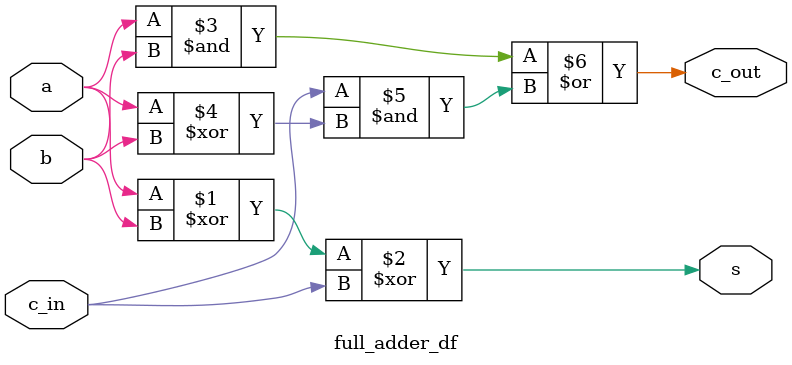
<source format=v>
/***********************************************************
File Name:	full_adder_df.v
Author: 	Kevan Thompson
Date:		March 13, 2024
Description: A data flow implementation of a full adder. 
			Operands are a, b, and cin. s in the sum, and c is
			the carry bit

***********************************************************/

module full_adder_df(
	input a,
	input b,
	input c_in,
	output s,
	output c_out
);

assign s = a ^ b ^ c_in;
assign c_out = (a & b) | (c_in & (a ^ b));

endmodule



</source>
